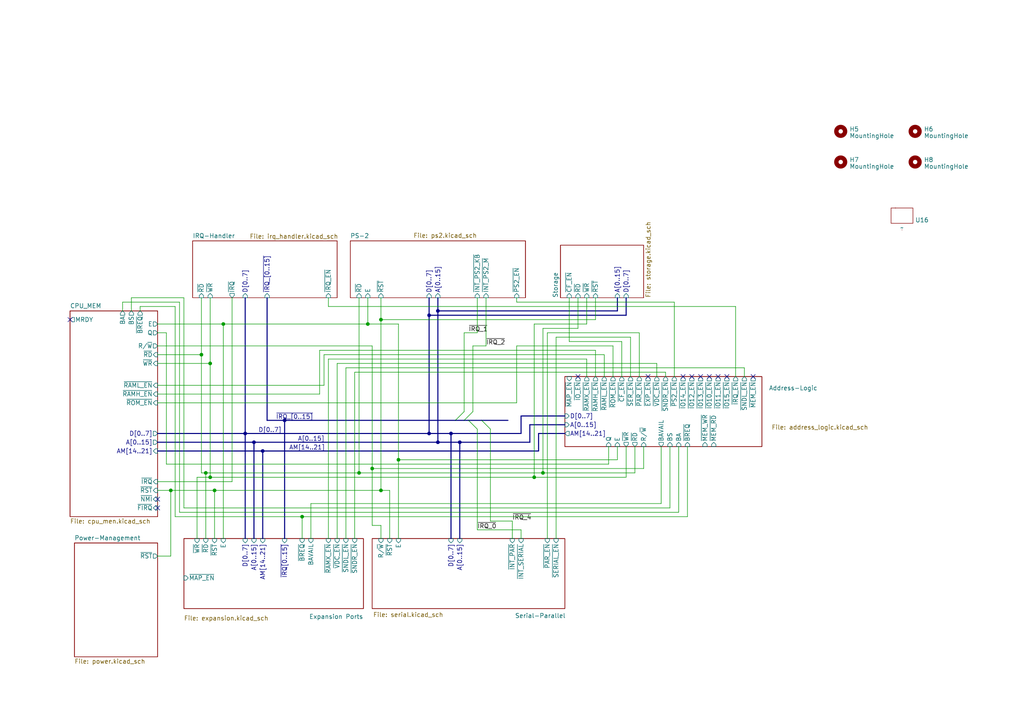
<source format=kicad_sch>
(kicad_sch (version 20231120) (generator "eeschema") (generator_version "8.0")
  (paper "A4")
  (lib_symbols
    (symbol "Mechanical:MountingHole" (pin_names (offset 1.016))
      (property "Reference" "H" (at 0 5.08 0))
      (property "Value" "MountingHole" (at 0 3.175 0))
      (symbol "MountingHole_0_1"
        (circle (center 0 0) (radius 1.27) (stroke (width 1.27)))
      )
    )
    (symbol "motherboard:mITX"
      (property "Reference" "U" (at 0 0 0))
      (symbol "mITX_0_1"
        (rectangle (start -3.175 5.715) (end 3.175 1.27))
        (rectangle (start -1.905 5.715) (end -1.905 5.715))
        (rectangle (start -1.905 5.715) (end -1.905 5.715))
        (rectangle (start 0 -0.635) (end 0 -0.635))
        (rectangle (start 0 -0.635) (end 0 -0.635))
      )
    )
  )
  (junction (at 87.63 149.86))
  (junction (at 76.2 130.81))
  (junction (at 58.42 102.87))
  (junction (at 133.35 128.27))
  (junction (at 60.96 105.41))
  (junction (at 107.95 135.89))
  (junction (at 71.12 125.73))
  (junction (at 60.96 138.43))
  (junction (at 104.14 137.16))
  (junction (at 59.69 137.16))
  (junction (at 124.46 91.44))
  (junction (at 124.46 125.73))
  (junction (at 64.77 93.98))
  (junction (at 127 90.17))
  (junction (at 127 128.27))
  (junction (at 62.23 142.24))
  (junction (at 115.57 133.35))
  (junction (at 157.48 137.16))
  (junction (at 130.81 125.73))
  (junction (at 49.53 142.24))
  (junction (at 110.49 142.24))
  (junction (at 154.94 138.43))
  (junction (at 82.55 121.92))
  (junction (at 106.68 93.98))
  (junction (at 110.49 92.71))
  (junction (at 73.66 128.27))
  (no_connect (at 45.72 147.32))
  (no_connect (at 218.44 109.22))
  (no_connect (at 203.2 109.22))
  (no_connect (at 205.74 109.22))
  (no_connect (at 208.28 109.22))
  (no_connect (at 187.96 109.22))
  (no_connect (at 167.64 109.22))
  (no_connect (at 210.82 109.22))
  (no_connect (at 45.72 144.78))
  (no_connect (at 20.32 92.71))
  (no_connect (at 198.12 109.22))
  (no_connect (at 200.66 109.22))
  (bus_entry (at 135.89 121.92) (size 2.54 2.54))
  (bus_entry (at 139.7 121.92) (size 2.54 2.54))
  (bus_entry (at 134.62 121.92) (size 2.54 -2.54))
  (bus_entry (at 132.08 121.92) (size 2.54 -2.54))
  (bus (pts (xy 127 90.17) (xy 127 128.27)))
  (wire (pts (xy 45.72 114.3) (xy 92.71 114.3)))
  (bus (pts (xy 82.55 121.92) (xy 132.08 121.92)))
  (bus (pts (xy 124.46 125.73) (xy 71.12 125.73)))
  (wire (pts (xy 64.77 93.98) (xy 64.77 156.21)))
  (wire (pts (xy 184.15 137.16) (xy 157.48 137.16)))
  (wire (pts (xy 107.95 152.4) (xy 107.95 135.89)))
  (wire (pts (xy 57.15 156.21) (xy 57.15 138.43)))
  (wire (pts (xy 179.07 133.35) (xy 179.07 129.54)))
  (wire (pts (xy 45.72 139.7) (xy 67.31 139.7)))
  (wire (pts (xy 48.26 96.52) (xy 48.26 134.62)))
  (wire (pts (xy 167.64 95.25) (xy 157.48 95.25)))
  (wire (pts (xy 110.49 152.4) (xy 107.95 152.4)))
  (wire (pts (xy 45.72 102.87) (xy 58.42 102.87)))
  (wire (pts (xy 193.04 107.95) (xy 193.04 109.22)))
  (wire (pts (xy 142.24 124.46) (xy 142.24 151.13)))
  (wire (pts (xy 45.72 100.33) (xy 107.95 100.33)))
  (wire (pts (xy 180.34 109.22) (xy 180.34 99.06)))
  (wire (pts (xy 38.1 90.17) (xy 38.1 86.36)))
  (wire (pts (xy 138.43 96.52) (xy 138.43 86.36)))
  (wire (pts (xy 172.72 101.6) (xy 172.72 109.22)))
  (wire (pts (xy 60.96 105.41) (xy 60.96 138.43)))
  (wire (pts (xy 158.75 156.21) (xy 158.75 96.52)))
  (wire (pts (xy 140.97 100.33) (xy 140.97 86.36)))
  (wire (pts (xy 185.42 96.52) (xy 185.42 109.22)))
  (wire (pts (xy 90.17 146.05) (xy 90.17 156.21)))
  (wire (pts (xy 110.49 152.4) (xy 110.49 156.21)))
  (wire (pts (xy 53.34 147.32) (xy 194.31 147.32)))
  (wire (pts (xy 45.72 116.84) (xy 149.86 116.84)))
  (bus (pts (xy 156.21 125.73) (xy 156.21 130.81)))
  (bus (pts (xy 133.35 128.27) (xy 133.35 156.21)))
  (wire (pts (xy 45.72 161.29) (xy 49.53 161.29)))
  (wire (pts (xy 158.75 96.52) (xy 185.42 96.52)))
  (wire (pts (xy 170.18 86.36) (xy 170.18 93.98)))
  (bus (pts (xy 179.07 90.17) (xy 127 90.17)))
  (bus (pts (xy 135.89 121.92) (xy 139.7 121.92)))
  (wire (pts (xy 215.9 106.68) (xy 215.9 109.22)))
  (bus (pts (xy 130.81 125.73) (xy 130.81 156.21)))
  (bus (pts (xy 181.61 86.36) (xy 181.61 91.44)))
  (wire (pts (xy 191.77 129.54) (xy 191.77 146.05)))
  (bus (pts (xy 77.47 121.92) (xy 82.55 121.92)))
  (wire (pts (xy 52.07 148.59) (xy 52.07 87.63)))
  (bus (pts (xy 73.66 128.27) (xy 73.66 156.21)))
  (bus (pts (xy 139.7 121.92) (xy 147.32 121.92)))
  (wire (pts (xy 60.96 86.36) (xy 60.96 105.41)))
  (wire (pts (xy 154.94 138.43) (xy 181.61 138.43)))
  (bus (pts (xy 163.83 125.73) (xy 156.21 125.73)))
  (wire (pts (xy 194.31 147.32) (xy 194.31 129.54)))
  (wire (pts (xy 106.68 93.98) (xy 106.68 86.36)))
  (wire (pts (xy 107.95 135.89) (xy 186.69 135.89)))
  (bus (pts (xy 45.72 130.81) (xy 76.2 130.81)))
  (wire (pts (xy 38.1 86.36) (xy 53.34 86.36)))
  (wire (pts (xy 165.1 99.06) (xy 165.1 86.36)))
  (wire (pts (xy 97.79 156.21) (xy 97.79 105.41)))
  (bus (pts (xy 134.62 121.92) (xy 135.89 121.92)))
  (wire (pts (xy 149.86 116.84) (xy 149.86 100.33)))
  (wire (pts (xy 167.64 86.36) (xy 167.64 95.25)))
  (wire (pts (xy 196.85 129.54) (xy 196.85 148.59)))
  (wire (pts (xy 45.72 96.52) (xy 48.26 96.52)))
  (bus (pts (xy 127 128.27) (xy 133.35 128.27)))
  (bus (pts (xy 76.2 130.81) (xy 76.2 156.21)))
  (wire (pts (xy 134.62 96.52) (xy 138.43 96.52)))
  (bus (pts (xy 133.35 128.27) (xy 153.67 128.27)))
  (bus (pts (xy 179.07 86.36) (xy 179.07 90.17)))
  (wire (pts (xy 175.26 102.87) (xy 175.26 109.22)))
  (wire (pts (xy 50.8 149.86) (xy 87.63 149.86)))
  (wire (pts (xy 58.42 86.36) (xy 58.42 102.87)))
  (wire (pts (xy 177.8 100.33) (xy 177.8 109.22)))
  (wire (pts (xy 97.79 105.41) (xy 190.5 105.41)))
  (wire (pts (xy 142.24 151.13) (xy 148.59 151.13)))
  (bus (pts (xy 132.08 121.92) (xy 134.62 121.92)))
  (wire (pts (xy 190.5 105.41) (xy 190.5 109.22)))
  (bus (pts (xy 124.46 91.44) (xy 124.46 125.73)))
  (wire (pts (xy 137.16 119.38) (xy 137.16 100.33)))
  (wire (pts (xy 180.34 99.06) (xy 165.1 99.06)))
  (wire (pts (xy 195.58 87.63) (xy 195.58 109.22)))
  (bus (pts (xy 73.66 128.27) (xy 127 128.27)))
  (wire (pts (xy 110.49 142.24) (xy 62.23 142.24)))
  (wire (pts (xy 138.43 153.67) (xy 151.13 153.67)))
  (bus (pts (xy 45.72 128.27) (xy 73.66 128.27)))
  (wire (pts (xy 40.64 88.9) (xy 50.8 88.9)))
  (wire (pts (xy 49.53 161.29) (xy 49.53 142.24)))
  (wire (pts (xy 100.33 106.68) (xy 215.9 106.68)))
  (wire (pts (xy 213.36 88.9) (xy 213.36 109.22)))
  (bus (pts (xy 151.13 120.65) (xy 151.13 125.73)))
  (wire (pts (xy 92.71 114.3) (xy 92.71 101.6)))
  (wire (pts (xy 100.33 156.21) (xy 100.33 106.68)))
  (wire (pts (xy 137.16 100.33) (xy 140.97 100.33)))
  (wire (pts (xy 191.77 146.05) (xy 90.17 146.05)))
  (bus (pts (xy 71.12 125.73) (xy 45.72 125.73)))
  (wire (pts (xy 93.98 111.76) (xy 93.98 102.87)))
  (wire (pts (xy 113.03 142.24) (xy 110.49 142.24)))
  (bus (pts (xy 71.12 86.36) (xy 71.12 125.73)))
  (wire (pts (xy 184.15 129.54) (xy 184.15 137.16)))
  (wire (pts (xy 182.88 97.79) (xy 182.88 109.22)))
  (wire (pts (xy 52.07 87.63) (xy 35.56 87.63)))
  (bus (pts (xy 163.83 120.65) (xy 151.13 120.65)))
  (wire (pts (xy 49.53 142.24) (xy 45.72 142.24)))
  (bus (pts (xy 151.13 125.73) (xy 130.81 125.73)))
  (wire (pts (xy 107.95 100.33) (xy 107.95 135.89)))
  (wire (pts (xy 170.18 104.14) (xy 170.18 109.22)))
  (bus (pts (xy 130.81 125.73) (xy 124.46 125.73)))
  (bus (pts (xy 153.67 123.19) (xy 163.83 123.19)))
  (bus (pts (xy 153.67 128.27) (xy 153.67 123.19)))
  (wire (pts (xy 57.15 138.43) (xy 60.96 138.43)))
  (bus (pts (xy 181.61 91.44) (xy 124.46 91.44)))
  (wire (pts (xy 106.68 93.98) (xy 115.57 93.98)))
  (wire (pts (xy 115.57 133.35) (xy 179.07 133.35)))
  (wire (pts (xy 102.87 156.21) (xy 102.87 107.95)))
  (wire (pts (xy 67.31 139.7) (xy 67.31 86.36)))
  (wire (pts (xy 172.72 86.36) (xy 172.72 92.71)))
  (wire (pts (xy 138.43 124.46) (xy 138.43 153.67)))
  (wire (pts (xy 149.86 100.33) (xy 177.8 100.33)))
  (wire (pts (xy 115.57 133.35) (xy 115.57 156.21)))
  (wire (pts (xy 48.26 134.62) (xy 176.53 134.62)))
  (wire (pts (xy 110.49 86.36) (xy 110.49 92.71)))
  (wire (pts (xy 95.25 88.9) (xy 213.36 88.9)))
  (bus (pts (xy 71.12 125.73) (xy 71.12 156.21)))
  (wire (pts (xy 102.87 107.95) (xy 193.04 107.95)))
  (wire (pts (xy 154.94 93.98) (xy 154.94 138.43)))
  (wire (pts (xy 104.14 137.16) (xy 104.14 86.36)))
  (wire (pts (xy 161.29 97.79) (xy 182.88 97.79)))
  (wire (pts (xy 110.49 92.71) (xy 110.49 142.24)))
  (wire (pts (xy 60.96 138.43) (xy 154.94 138.43)))
  (wire (pts (xy 157.48 137.16) (xy 104.14 137.16)))
  (wire (pts (xy 59.69 137.16) (xy 59.69 156.21)))
  (wire (pts (xy 93.98 102.87) (xy 175.26 102.87)))
  (wire (pts (xy 62.23 156.21) (xy 62.23 142.24)))
  (wire (pts (xy 113.03 156.21) (xy 113.03 142.24)))
  (wire (pts (xy 45.72 105.41) (xy 60.96 105.41)))
  (bus (pts (xy 76.2 130.81) (xy 156.21 130.81)))
  (wire (pts (xy 157.48 95.25) (xy 157.48 137.16)))
  (wire (pts (xy 35.56 87.63) (xy 35.56 90.17)))
  (wire (pts (xy 176.53 134.62) (xy 176.53 129.54)))
  (wire (pts (xy 40.64 90.17) (xy 40.64 88.9)))
  (wire (pts (xy 149.86 86.36) (xy 149.86 87.63)))
  (wire (pts (xy 92.71 101.6) (xy 172.72 101.6)))
  (wire (pts (xy 95.25 156.21) (xy 95.25 104.14)))
  (wire (pts (xy 58.42 102.87) (xy 58.42 137.16)))
  (wire (pts (xy 104.14 137.16) (xy 59.69 137.16)))
  (wire (pts (xy 87.63 149.86) (xy 87.63 156.21)))
  (wire (pts (xy 53.34 86.36) (xy 53.34 147.32)))
  (wire (pts (xy 110.49 92.71) (xy 172.72 92.71)))
  (wire (pts (xy 62.23 142.24) (xy 49.53 142.24)))
  (bus (pts (xy 127 86.36) (xy 127 90.17)))
  (wire (pts (xy 95.25 104.14) (xy 170.18 104.14)))
  (bus (pts (xy 124.46 86.36) (xy 124.46 91.44)))
  (bus (pts (xy 82.55 121.92) (xy 82.55 156.21)))
  (wire (pts (xy 134.62 119.38) (xy 134.62 96.52)))
  (wire (pts (xy 161.29 156.21) (xy 161.29 97.79)))
  (wire (pts (xy 45.72 93.98) (xy 64.77 93.98)))
  (bus (pts (xy 77.47 86.36) (xy 77.47 121.92)))
  (wire (pts (xy 170.18 93.98) (xy 154.94 93.98)))
  (wire (pts (xy 64.77 93.98) (xy 106.68 93.98)))
  (wire (pts (xy 151.13 153.67) (xy 151.13 156.21)))
  (wire (pts (xy 186.69 135.89) (xy 186.69 129.54)))
  (wire (pts (xy 58.42 137.16) (xy 59.69 137.16)))
  (wire (pts (xy 196.85 148.59) (xy 52.07 148.59)))
  (wire (pts (xy 45.72 111.76) (xy 93.98 111.76)))
  (wire (pts (xy 115.57 93.98) (xy 115.57 133.35)))
  (wire (pts (xy 148.59 151.13) (xy 148.59 156.21)))
  (wire (pts (xy 95.25 86.36) (xy 95.25 88.9)))
  (wire (pts (xy 50.8 88.9) (xy 50.8 149.86)))
  (wire (pts (xy 181.61 138.43) (xy 181.61 129.54)))
  (wire (pts (xy 87.63 149.86) (xy 199.39 149.86)))
  (wire (pts (xy 149.86 87.63) (xy 195.58 87.63)))
  (wire (pts (xy 199.39 149.86) (xy 199.39 129.54)))
  (label "~{IRQ_1}" (at 135.89 96.52 0))
  (label "~{IRQ_2}" (at 140.97 100.33 0))
  (label "~{IRQ_4}" (at 148.59 151.13 0))
  (label "~{IRQ_0}" (at 138.43 153.67 0))
  (label "D[0..7]" (at 74.93 125.73 0))
  (label "AM[14..21]" (at 83.82 130.81 0))
  (label "~{IRQ_[0..15]}" (at 80.01 121.92 0))
  (label "A[0..15]" (at 86.36 128.27 0))
  (symbol (lib_id "motherboard:mITX") (at 261.62 66.04 0) (unit 1)
    (property "Reference" "U16" (at 265.43 63.8168 0) (effects (justify left)))
    (property "Value" "~" (at 261.62 66.04 0))
    (property "Footprint" "kicad-lib:mITX" (effects (hide yes)))
  )
  (symbol (lib_id "Mechanical:MountingHole") (at 243.84 46.99 0) (unit 1)
    (property "Reference" "H7" (at 246.38 46.3463 0) (effects (justify left)))
    (property "Value" "MountingHole" (at 246.38 48.2673 0) (effects (justify left)))
    (property "Footprint" "MountingHole:MountingHole_3.2mm_M3_ISO7380" (effects (hide yes)))
  )
  (symbol (lib_id "Mechanical:MountingHole") (at 243.84 38.1 0) (unit 1)
    (property "Reference" "H5" (at 246.38 37.4563 0) (effects (justify left)))
    (property "Value" "MountingHole" (at 246.38 39.3773 0) (effects (justify left)))
    (property "Footprint" "MountingHole:MountingHole_3.2mm_M3_ISO7380" (effects (hide yes)))
  )
  (symbol (lib_id "Mechanical:MountingHole") (at 265.43 46.99 0) (unit 1)
    (property "Reference" "H8" (at 267.97 46.3463 0) (effects (justify left)))
    (property "Value" "MountingHole" (at 267.97 48.2673 0) (effects (justify left)))
    (property "Footprint" "MountingHole:MountingHole_3.2mm_M3_ISO7380" (effects (hide yes)))
  )
  (symbol (lib_id "Mechanical:MountingHole") (at 265.43 38.1 0) (unit 1)
    (property "Reference" "H6" (at 267.97 37.4563 0) (effects (justify left)))
    (property "Value" "MountingHole" (at 267.97 39.3773 0) (effects (justify left)))
    (property "Footprint" "MountingHole:MountingHole_3.2mm_M3_ISO7380" (effects (hide yes)))
  )
  (sheet (at 21.59 157.48) (size 24.13 33.02) (stroke (width 0.1524))
    (property "Sheetname" "Power-Management" (at 21.59 156.7684 0) (effects (justify left bottom)))
    (property "Sheetfile" "power.kicad_sch" (at 21.59 191.0846 0) (effects (justify left top)))
    (pin "~{RST}" output (at 45.72 161.29 0))
  )
  (sheet (at 107.95 156.21) (size 55.88 20.32) (stroke (width 0.1524))
    (property "Sheetname" "Serial-Parallel" (at 149.352 179.324 0) (effects (justify left bottom)))
    (property "Sheetfile" "serial.kicad_sch" (at 108.204 177.546 0) (effects (justify left top)))
    (pin "R{slash}~{W}" input (at 110.49 156.21 90))
    (pin "~{RST}" input (at 113.03 156.21 90))
    (pin "~{SERIAL_EN}" input (at 161.29 156.21 90))
    (pin "E" input (at 115.57 156.21 90))
    (pin "~{INT_PAR}" input (at 148.59 156.21 90))
    (pin "~{PAR_EN}" input (at 158.75 156.21 90))
    (pin "A[0..15]" input (at 133.35 156.21 90))
    (pin "D[0..7]" input (at 130.81 156.21 90))
    (pin "~{INT_SERIAL}" input (at 151.13 156.21 90))
  )
  (sheet (at 163.83 109.22) (size 57.15 20.32) (stroke (width 0.1524))
    (property "Sheetname" "Address-Logic" (at 223.012 113.284 0) (effects (justify left bottom)))
    (property "Sheetfile" "address_logic.kicad_sch" (at 223.774 123.19 0) (effects (justify left top)))
    (pin "AM[14..21]" output (at 163.83 125.73 180))
    (pin "~{MEM_EN}" output (at 218.44 109.22 90))
    (pin "~{SNDL_EN}" output (at 215.9 109.22 90))
    (pin "~{IRQ_EN}" output (at 213.36 109.22 90))
    (pin "~{IO15_EN}" output (at 210.82 109.22 90))
    (pin "~{IO11_EN}" output (at 208.28 109.22 90))
    (pin "~{IO10_EN}" output (at 205.74 109.22 90))
    (pin "~{IO13_EN}" output (at 203.2 109.22 90))
    (pin "~{IO12_EN}" output (at 200.66 109.22 90))
    (pin "~{IO14_EN}" output (at 198.12 109.22 90))
    (pin "~{PS2_EN}" output (at 195.58 109.22 90))
    (pin "~{SNDR_EN}" output (at 193.04 109.22 90))
    (pin "~{VDC_EN}" output (at 190.5 109.22 90))
    (pin "~{EXP_EN}" output (at 187.96 109.22 90))
    (pin "~{PAR_EN}" output (at 185.42 109.22 90))
    (pin "~{SER_EN}" output (at 182.88 109.22 90))
    (pin "~{CF_EN}" output (at 180.34 109.22 90))
    (pin "~{WR}" output (at 181.61 129.54 270))
    (pin "BAVAIL" output (at 191.77 129.54 270))
    (pin "~{RD}" output (at 184.15 129.54 270))
    (pin "BS" input (at 194.31 129.54 270))
    (pin "BA" input (at 196.85 129.54 270))
    (pin "R{slash}~{W}" input (at 186.69 129.54 270))
    (pin "~{BREQ}" input (at 199.39 129.54 270))
    (pin "Q" input (at 176.53 129.54 270))
    (pin "E" input (at 179.07 129.54 270))
    (pin "D[0..7]" input (at 163.83 120.65 180))
    (pin "A[0..15]" input (at 163.83 123.19 180))
    (pin "~{ROM_EN}" output (at 177.8 109.22 90))
    (pin "~{RAML_EN}" output (at 175.26 109.22 90))
    (pin "~{RAMH_EN}" output (at 172.72 109.22 90))
    (pin "~{RAMX_EN}" output (at 170.18 109.22 90))
    (pin "~{IO_EN}" output (at 167.64 109.22 90))
    (pin "~{MEM_WR}" input (at 204.47 129.54 270))
    (pin "~{MEM_RD}" input (at 207.01 129.54 270))
    (pin "~{MAP_EN}" input (at 165.1 109.22 90))
  )
  (sheet (at 53.34 156.21) (size 52.07 20.32) (stroke (width 0.1524))
    (property "Sheetname" "Expansion Ports" (at 89.662 179.578 0) (effects (justify left bottom)))
    (property "Sheetfile" "expansion.kicad_sch" (at 53.34 178.562 0) (effects (justify left top)))
    (pin "~{WR}" input (at 57.15 156.21 90))
    (pin "~{RD}" input (at 59.69 156.21 90))
    (pin "~{SNDR_EN}" input (at 102.87 156.21 90))
    (pin "~{SNDL_EN}" input (at 100.33 156.21 90))
    (pin "~{VDC_EN}" input (at 97.79 156.21 90))
    (pin "~{RAMX_EN}" input (at 95.25 156.21 90))
    (pin "BAVAIL" input (at 90.17 156.21 90))
    (pin "~{RST}" input (at 62.23 156.21 90))
    (pin "E" input (at 64.77 156.21 90))
    (pin "D[0..7]" input (at 71.12 156.21 90))
    (pin "A[0..15]" input (at 73.66 156.21 90))
    (pin "~{BREQ}" input (at 87.63 156.21 90))
    (pin "~{IRQ[0..15]}" input (at 82.55 156.21 90))
    (pin "AM[14..21]" input (at 76.2 156.21 90))
    (pin "~{MAP_EN}" input (at 53.34 167.64 180))
  )
  (sheet (at 162.56 71.12) (size 24.13 15.24) (stroke (width 0.1524))
    (property "Sheetname" "Storage" (at 161.8484 86.36 90) (effects (justify left bottom)))
    (property "Sheetfile" "storage.kicad_sch" (at 187.2746 86.36 90) (effects (justify left top)))
    (pin "~{CF_EN}" input (at 165.1 86.36 270))
    (pin "~{RD}" input (at 167.64 86.36 270))
    (pin "~{WR}" input (at 170.18 86.36 270))
    (pin "~{RST}" input (at 172.72 86.36 270))
    (pin "A[0..15]" input (at 179.07 86.36 270))
    (pin "D[0..7]" input (at 181.61 86.36 270))
  )
  (sheet (at 55.88 69.85) (size 41.91 16.51) (stroke (width 0.1524))
    (property "Sheetname" "IRQ-Handler" (at 55.88 69.1384 0) (effects (justify left bottom)))
    (property "Sheetfile" "irq_handler.kicad_sch" (at 72.39 67.818 0) (effects (justify left top)))
    (pin "~{IRQ_[0..15]}" input (at 77.47 86.36 270))
    (pin "~{IRQ_EN}" input (at 95.25 86.36 270))
    (pin "~{IRQ}" output (at 67.31 86.36 270))
    (pin "D[0..7]" input (at 71.12 86.36 270))
    (pin "~{RD}" input (at 58.42 86.36 270))
    (pin "~{WR}" input (at 60.96 86.36 270))
  )
  (sheet (at 20.32 90.17) (size 25.4 59.69) (stroke (width 0.1524))
    (property "Sheetname" "CPU_MEM" (at 20.32 89.4584 0) (effects (justify left bottom)))
    (property "Sheetfile" "cpu_men.kicad_sch" (at 20.32 150.4446 0) (effects (justify left top)))
    (pin "BA" output (at 35.56 90.17 90))
    (pin "BS" output (at 38.1 90.17 90))
    (pin "MRDY" output (at 20.32 92.71 180))
    (pin "~{BREQ}" output (at 40.64 90.17 90))
    (pin "~{FIRQ}" input (at 45.72 147.32 0))
    (pin "~{NMI}" input (at 45.72 144.78 0))
    (pin "~{RST}" input (at 45.72 142.24 0))
    (pin "~{IRQ}" input (at 45.72 139.7 0))
    (pin "AM[14..21]" input (at 45.72 130.81 0))
    (pin "A[0..15]" output (at 45.72 128.27 0))
    (pin "D[0..7]" output (at 45.72 125.73 0))
    (pin "R{slash}~{W}" output (at 45.72 100.33 0))
    (pin "~{RAML_EN}" input (at 45.72 111.76 0))
    (pin "~{RAMH_EN}" input (at 45.72 114.3 0))
    (pin "~{ROM_EN}" input (at 45.72 116.84 0))
    (pin "~{RD}" input (at 45.72 102.87 0))
    (pin "~{WR}" input (at 45.72 105.41 0))
    (pin "E" output (at 45.72 93.98 0))
    (pin "Q" output (at 45.72 96.52 0))
  )
  (sheet (at 101.6 69.85) (size 50.8 16.51) (stroke (width 0.1524))
    (property "Sheetname" "PS-2" (at 101.6 69.1384 0) (effects (justify left bottom)))
    (property "Sheetfile" "ps2.kicad_sch" (at 119.888 67.564 0) (effects (justify left top)))
    (pin "A[0..15]" input (at 127 86.36 270))
    (pin "~{PS2_EN}" input (at 149.86 86.36 270))
    (pin "~{RD}" input (at 104.14 86.36 270))
    (pin "~{RST}" input (at 110.49 86.36 270))
    (pin "E" input (at 106.68 86.36 270))
    (pin "D[0..7]" input (at 124.46 86.36 270))
    (pin "~{INT_PS2_M}" input (at 140.97 86.36 270))
    (pin "~{INT_PS2_KB}" input (at 138.43 86.36 270))
  )
)
</source>
